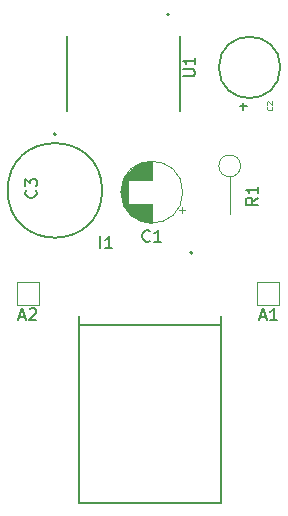
<source format=gbr>
%TF.GenerationSoftware,KiCad,Pcbnew,7.0.8*%
%TF.CreationDate,2024-10-30T19:07:13-07:00*%
%TF.ProjectId,ECE196Team13_2,45434531-3936-4546-9561-6d31335f322e,rev?*%
%TF.SameCoordinates,Original*%
%TF.FileFunction,Legend,Top*%
%TF.FilePolarity,Positive*%
%FSLAX46Y46*%
G04 Gerber Fmt 4.6, Leading zero omitted, Abs format (unit mm)*
G04 Created by KiCad (PCBNEW 7.0.8) date 2024-10-30 19:07:13*
%MOMM*%
%LPD*%
G01*
G04 APERTURE LIST*
%ADD10C,0.150000*%
%ADD11C,0.120000*%
%ADD12C,0.200000*%
%ADD13C,0.127000*%
G04 APERTURE END LIST*
D10*
X138760714Y-130419104D02*
X139236904Y-130419104D01*
X138665476Y-130704819D02*
X138998809Y-129704819D01*
X138998809Y-129704819D02*
X139332142Y-130704819D01*
X139617857Y-129800057D02*
X139665476Y-129752438D01*
X139665476Y-129752438D02*
X139760714Y-129704819D01*
X139760714Y-129704819D02*
X139998809Y-129704819D01*
X139998809Y-129704819D02*
X140094047Y-129752438D01*
X140094047Y-129752438D02*
X140141666Y-129800057D01*
X140141666Y-129800057D02*
X140189285Y-129895295D01*
X140189285Y-129895295D02*
X140189285Y-129990533D01*
X140189285Y-129990533D02*
X140141666Y-130133390D01*
X140141666Y-130133390D02*
X139570238Y-130704819D01*
X139570238Y-130704819D02*
X140189285Y-130704819D01*
X159135714Y-130419104D02*
X159611904Y-130419104D01*
X159040476Y-130704819D02*
X159373809Y-129704819D01*
X159373809Y-129704819D02*
X159707142Y-130704819D01*
X160564285Y-130704819D02*
X159992857Y-130704819D01*
X160278571Y-130704819D02*
X160278571Y-129704819D01*
X160278571Y-129704819D02*
X160183333Y-129847676D01*
X160183333Y-129847676D02*
X160088095Y-129942914D01*
X160088095Y-129942914D02*
X159992857Y-129990533D01*
X149788446Y-123984580D02*
X149740827Y-124032200D01*
X149740827Y-124032200D02*
X149597970Y-124079819D01*
X149597970Y-124079819D02*
X149502732Y-124079819D01*
X149502732Y-124079819D02*
X149359875Y-124032200D01*
X149359875Y-124032200D02*
X149264637Y-123936961D01*
X149264637Y-123936961D02*
X149217018Y-123841723D01*
X149217018Y-123841723D02*
X149169399Y-123651247D01*
X149169399Y-123651247D02*
X149169399Y-123508390D01*
X149169399Y-123508390D02*
X149217018Y-123317914D01*
X149217018Y-123317914D02*
X149264637Y-123222676D01*
X149264637Y-123222676D02*
X149359875Y-123127438D01*
X149359875Y-123127438D02*
X149502732Y-123079819D01*
X149502732Y-123079819D02*
X149597970Y-123079819D01*
X149597970Y-123079819D02*
X149740827Y-123127438D01*
X149740827Y-123127438D02*
X149788446Y-123175057D01*
X150740827Y-124079819D02*
X150169399Y-124079819D01*
X150455113Y-124079819D02*
X150455113Y-123079819D01*
X150455113Y-123079819D02*
X150359875Y-123222676D01*
X150359875Y-123222676D02*
X150264637Y-123317914D01*
X150264637Y-123317914D02*
X150169399Y-123365533D01*
X140134580Y-119716666D02*
X140182200Y-119764285D01*
X140182200Y-119764285D02*
X140229819Y-119907142D01*
X140229819Y-119907142D02*
X140229819Y-120002380D01*
X140229819Y-120002380D02*
X140182200Y-120145237D01*
X140182200Y-120145237D02*
X140086961Y-120240475D01*
X140086961Y-120240475D02*
X139991723Y-120288094D01*
X139991723Y-120288094D02*
X139801247Y-120335713D01*
X139801247Y-120335713D02*
X139658390Y-120335713D01*
X139658390Y-120335713D02*
X139467914Y-120288094D01*
X139467914Y-120288094D02*
X139372676Y-120240475D01*
X139372676Y-120240475D02*
X139277438Y-120145237D01*
X139277438Y-120145237D02*
X139229819Y-120002380D01*
X139229819Y-120002380D02*
X139229819Y-119907142D01*
X139229819Y-119907142D02*
X139277438Y-119764285D01*
X139277438Y-119764285D02*
X139325057Y-119716666D01*
X139229819Y-119383332D02*
X139229819Y-118764285D01*
X139229819Y-118764285D02*
X139610771Y-119097618D01*
X139610771Y-119097618D02*
X139610771Y-118954761D01*
X139610771Y-118954761D02*
X139658390Y-118859523D01*
X139658390Y-118859523D02*
X139706009Y-118811904D01*
X139706009Y-118811904D02*
X139801247Y-118764285D01*
X139801247Y-118764285D02*
X140039342Y-118764285D01*
X140039342Y-118764285D02*
X140134580Y-118811904D01*
X140134580Y-118811904D02*
X140182200Y-118859523D01*
X140182200Y-118859523D02*
X140229819Y-118954761D01*
X140229819Y-118954761D02*
X140229819Y-119240475D01*
X140229819Y-119240475D02*
X140182200Y-119335713D01*
X140182200Y-119335713D02*
X140134580Y-119383332D01*
X145604560Y-124607319D02*
X145604560Y-123607319D01*
X146604559Y-124607319D02*
X146033131Y-124607319D01*
X146318845Y-124607319D02*
X146318845Y-123607319D01*
X146318845Y-123607319D02*
X146223607Y-123750176D01*
X146223607Y-123750176D02*
X146128369Y-123845414D01*
X146128369Y-123845414D02*
X146033131Y-123893033D01*
X158924819Y-120351666D02*
X158448628Y-120684999D01*
X158924819Y-120923094D02*
X157924819Y-120923094D01*
X157924819Y-120923094D02*
X157924819Y-120542142D01*
X157924819Y-120542142D02*
X157972438Y-120446904D01*
X157972438Y-120446904D02*
X158020057Y-120399285D01*
X158020057Y-120399285D02*
X158115295Y-120351666D01*
X158115295Y-120351666D02*
X158258152Y-120351666D01*
X158258152Y-120351666D02*
X158353390Y-120399285D01*
X158353390Y-120399285D02*
X158401009Y-120446904D01*
X158401009Y-120446904D02*
X158448628Y-120542142D01*
X158448628Y-120542142D02*
X158448628Y-120923094D01*
X158924819Y-119399285D02*
X158924819Y-119970713D01*
X158924819Y-119684999D02*
X157924819Y-119684999D01*
X157924819Y-119684999D02*
X158067676Y-119780237D01*
X158067676Y-119780237D02*
X158162914Y-119875475D01*
X158162914Y-119875475D02*
X158210533Y-119970713D01*
X152596819Y-110056904D02*
X153406342Y-110056904D01*
X153406342Y-110056904D02*
X153501580Y-110009285D01*
X153501580Y-110009285D02*
X153549200Y-109961666D01*
X153549200Y-109961666D02*
X153596819Y-109866428D01*
X153596819Y-109866428D02*
X153596819Y-109675952D01*
X153596819Y-109675952D02*
X153549200Y-109580714D01*
X153549200Y-109580714D02*
X153501580Y-109533095D01*
X153501580Y-109533095D02*
X153406342Y-109485476D01*
X153406342Y-109485476D02*
X152596819Y-109485476D01*
X153596819Y-108485476D02*
X153596819Y-109056904D01*
X153596819Y-108771190D02*
X152596819Y-108771190D01*
X152596819Y-108771190D02*
X152739676Y-108866428D01*
X152739676Y-108866428D02*
X152834914Y-108961666D01*
X152834914Y-108961666D02*
X152882533Y-109056904D01*
D11*
X160120102Y-112654999D02*
X160142960Y-112677856D01*
X160142960Y-112677856D02*
X160165817Y-112746428D01*
X160165817Y-112746428D02*
X160165817Y-112792142D01*
X160165817Y-112792142D02*
X160142960Y-112860713D01*
X160142960Y-112860713D02*
X160097245Y-112906428D01*
X160097245Y-112906428D02*
X160051531Y-112929285D01*
X160051531Y-112929285D02*
X159960102Y-112952142D01*
X159960102Y-112952142D02*
X159891531Y-112952142D01*
X159891531Y-112952142D02*
X159800102Y-112929285D01*
X159800102Y-112929285D02*
X159754388Y-112906428D01*
X159754388Y-112906428D02*
X159708674Y-112860713D01*
X159708674Y-112860713D02*
X159685817Y-112792142D01*
X159685817Y-112792142D02*
X159685817Y-112746428D01*
X159685817Y-112746428D02*
X159708674Y-112677856D01*
X159708674Y-112677856D02*
X159731531Y-112654999D01*
X159731531Y-112472142D02*
X159708674Y-112449285D01*
X159708674Y-112449285D02*
X159685817Y-112403571D01*
X159685817Y-112403571D02*
X159685817Y-112289285D01*
X159685817Y-112289285D02*
X159708674Y-112243571D01*
X159708674Y-112243571D02*
X159731531Y-112220713D01*
X159731531Y-112220713D02*
X159777245Y-112197856D01*
X159777245Y-112197856D02*
X159822960Y-112197856D01*
X159822960Y-112197856D02*
X159891531Y-112220713D01*
X159891531Y-112220713D02*
X160165817Y-112494999D01*
X160165817Y-112494999D02*
X160165817Y-112197856D01*
D10*
X157692533Y-112914761D02*
X157692533Y-112305238D01*
X157997295Y-112609999D02*
X157387771Y-112609999D01*
D11*
%TO.C,A2*%
X138525000Y-127500000D02*
X138525000Y-129400000D01*
X138525000Y-129400000D02*
X140375000Y-129400000D01*
X140375000Y-127500000D02*
X138525000Y-127500000D01*
X140375000Y-127550000D02*
X140375000Y-127500000D01*
X140375000Y-129400000D02*
X140375000Y-127550000D01*
%TO.C,A1*%
X158900000Y-127500000D02*
X158900000Y-129400000D01*
X158900000Y-129400000D02*
X160750000Y-129400000D01*
X160750000Y-127500000D02*
X158900000Y-127500000D01*
X160750000Y-127550000D02*
X160750000Y-127500000D01*
X160750000Y-129400000D02*
X160750000Y-127550000D01*
%TO.C,C1*%
X152759888Y-121350000D02*
X152259888Y-121350000D01*
X152509888Y-121600000D02*
X152509888Y-121100000D01*
X149955113Y-122455000D02*
X149955113Y-120915000D01*
X149955113Y-118835000D02*
X149955113Y-117295000D01*
X149915113Y-122455000D02*
X149915113Y-120915000D01*
X149915113Y-118835000D02*
X149915113Y-117295000D01*
X149875113Y-122454000D02*
X149875113Y-120915000D01*
X149875113Y-118835000D02*
X149875113Y-117296000D01*
X149835113Y-122453000D02*
X149835113Y-120915000D01*
X149835113Y-118835000D02*
X149835113Y-117297000D01*
X149795113Y-122451000D02*
X149795113Y-120915000D01*
X149795113Y-118835000D02*
X149795113Y-117299000D01*
X149755113Y-122448000D02*
X149755113Y-120915000D01*
X149755113Y-118835000D02*
X149755113Y-117302000D01*
X149715113Y-122444000D02*
X149715113Y-120915000D01*
X149715113Y-118835000D02*
X149715113Y-117306000D01*
X149675113Y-122440000D02*
X149675113Y-120915000D01*
X149675113Y-118835000D02*
X149675113Y-117310000D01*
X149635113Y-122436000D02*
X149635113Y-120915000D01*
X149635113Y-118835000D02*
X149635113Y-117314000D01*
X149595113Y-122431000D02*
X149595113Y-120915000D01*
X149595113Y-118835000D02*
X149595113Y-117319000D01*
X149555113Y-122425000D02*
X149555113Y-120915000D01*
X149555113Y-118835000D02*
X149555113Y-117325000D01*
X149515113Y-122418000D02*
X149515113Y-120915000D01*
X149515113Y-118835000D02*
X149515113Y-117332000D01*
X149475113Y-122411000D02*
X149475113Y-120915000D01*
X149475113Y-118835000D02*
X149475113Y-117339000D01*
X149435113Y-122403000D02*
X149435113Y-120915000D01*
X149435113Y-118835000D02*
X149435113Y-117347000D01*
X149395113Y-122395000D02*
X149395113Y-120915000D01*
X149395113Y-118835000D02*
X149395113Y-117355000D01*
X149355113Y-122386000D02*
X149355113Y-120915000D01*
X149355113Y-118835000D02*
X149355113Y-117364000D01*
X149315113Y-122376000D02*
X149315113Y-120915000D01*
X149315113Y-118835000D02*
X149315113Y-117374000D01*
X149275113Y-122366000D02*
X149275113Y-120915000D01*
X149275113Y-118835000D02*
X149275113Y-117384000D01*
X149234113Y-122355000D02*
X149234113Y-120915000D01*
X149234113Y-118835000D02*
X149234113Y-117395000D01*
X149194113Y-122343000D02*
X149194113Y-120915000D01*
X149194113Y-118835000D02*
X149194113Y-117407000D01*
X149154113Y-122330000D02*
X149154113Y-120915000D01*
X149154113Y-118835000D02*
X149154113Y-117420000D01*
X149114113Y-122317000D02*
X149114113Y-120915000D01*
X149114113Y-118835000D02*
X149114113Y-117433000D01*
X149074113Y-122303000D02*
X149074113Y-120915000D01*
X149074113Y-118835000D02*
X149074113Y-117447000D01*
X149034113Y-122289000D02*
X149034113Y-120915000D01*
X149034113Y-118835000D02*
X149034113Y-117461000D01*
X148994113Y-122273000D02*
X148994113Y-120915000D01*
X148994113Y-118835000D02*
X148994113Y-117477000D01*
X148954113Y-122257000D02*
X148954113Y-120915000D01*
X148954113Y-118835000D02*
X148954113Y-117493000D01*
X148914113Y-122240000D02*
X148914113Y-120915000D01*
X148914113Y-118835000D02*
X148914113Y-117510000D01*
X148874113Y-122223000D02*
X148874113Y-120915000D01*
X148874113Y-118835000D02*
X148874113Y-117527000D01*
X148834113Y-122204000D02*
X148834113Y-120915000D01*
X148834113Y-118835000D02*
X148834113Y-117546000D01*
X148794113Y-122185000D02*
X148794113Y-120915000D01*
X148794113Y-118835000D02*
X148794113Y-117565000D01*
X148754113Y-122165000D02*
X148754113Y-120915000D01*
X148754113Y-118835000D02*
X148754113Y-117585000D01*
X148714113Y-122143000D02*
X148714113Y-120915000D01*
X148714113Y-118835000D02*
X148714113Y-117607000D01*
X148674113Y-122122000D02*
X148674113Y-120915000D01*
X148674113Y-118835000D02*
X148674113Y-117628000D01*
X148634113Y-122099000D02*
X148634113Y-120915000D01*
X148634113Y-118835000D02*
X148634113Y-117651000D01*
X148594113Y-122075000D02*
X148594113Y-120915000D01*
X148594113Y-118835000D02*
X148594113Y-117675000D01*
X148554113Y-122050000D02*
X148554113Y-120915000D01*
X148554113Y-118835000D02*
X148554113Y-117700000D01*
X148514113Y-122024000D02*
X148514113Y-120915000D01*
X148514113Y-118835000D02*
X148514113Y-117726000D01*
X148474113Y-121997000D02*
X148474113Y-120915000D01*
X148474113Y-118835000D02*
X148474113Y-117753000D01*
X148434113Y-121970000D02*
X148434113Y-120915000D01*
X148434113Y-118835000D02*
X148434113Y-117780000D01*
X148394113Y-121940000D02*
X148394113Y-120915000D01*
X148394113Y-118835000D02*
X148394113Y-117810000D01*
X148354113Y-121910000D02*
X148354113Y-120915000D01*
X148354113Y-118835000D02*
X148354113Y-117840000D01*
X148314113Y-121879000D02*
X148314113Y-120915000D01*
X148314113Y-118835000D02*
X148314113Y-117871000D01*
X148274113Y-121846000D02*
X148274113Y-120915000D01*
X148274113Y-118835000D02*
X148274113Y-117904000D01*
X148234113Y-121812000D02*
X148234113Y-120915000D01*
X148234113Y-118835000D02*
X148234113Y-117938000D01*
X148194113Y-121776000D02*
X148194113Y-120915000D01*
X148194113Y-118835000D02*
X148194113Y-117974000D01*
X148154113Y-121739000D02*
X148154113Y-120915000D01*
X148154113Y-118835000D02*
X148154113Y-118011000D01*
X148114113Y-121701000D02*
X148114113Y-120915000D01*
X148114113Y-118835000D02*
X148114113Y-118049000D01*
X148074113Y-121660000D02*
X148074113Y-120915000D01*
X148074113Y-118835000D02*
X148074113Y-118090000D01*
X148034113Y-121618000D02*
X148034113Y-120915000D01*
X148034113Y-118835000D02*
X148034113Y-118132000D01*
X147994113Y-121574000D02*
X147994113Y-120915000D01*
X147994113Y-118835000D02*
X147994113Y-118176000D01*
X147954113Y-121528000D02*
X147954113Y-120915000D01*
X147954113Y-118835000D02*
X147954113Y-118222000D01*
X147914113Y-121480000D02*
X147914113Y-118270000D01*
X147874113Y-121429000D02*
X147874113Y-118321000D01*
X147834113Y-121375000D02*
X147834113Y-118375000D01*
X147794113Y-121318000D02*
X147794113Y-118432000D01*
X147754113Y-121258000D02*
X147754113Y-118492000D01*
X147714113Y-121194000D02*
X147714113Y-118556000D01*
X147674113Y-121126000D02*
X147674113Y-118624000D01*
X147634113Y-121053000D02*
X147634113Y-118697000D01*
X147594113Y-120973000D02*
X147594113Y-118777000D01*
X147554113Y-120886000D02*
X147554113Y-118864000D01*
X147514113Y-120790000D02*
X147514113Y-118960000D01*
X147474113Y-120680000D02*
X147474113Y-119070000D01*
X147434113Y-120552000D02*
X147434113Y-119198000D01*
X147394113Y-120393000D02*
X147394113Y-119357000D01*
X147354113Y-120159000D02*
X147354113Y-119591000D01*
X152575113Y-119875000D02*
G75*
G03*
X152575113Y-119875000I-2620000J0D01*
G01*
D12*
%TO.C,C3*%
X141850000Y-114975000D02*
G75*
G03*
X141850000Y-114975000I-100000J0D01*
G01*
D13*
X145750000Y-119725000D02*
G75*
G03*
X145750000Y-119725000I-4000000J0D01*
G01*
%TO.C,I1*%
X143805750Y-130387500D02*
X143805750Y-131137500D01*
X143805750Y-131137500D02*
X143805750Y-146187500D01*
X143805750Y-131137500D02*
X155805750Y-131137500D01*
X143805750Y-146187500D02*
X155805750Y-146187500D01*
X155805750Y-131137500D02*
X155805750Y-130387500D01*
X155805750Y-146187500D02*
X155805750Y-131137500D01*
D12*
X153405750Y-124987500D02*
G75*
G03*
X153405750Y-124987500I-100000J0D01*
G01*
D11*
%TO.C,R1*%
X156550000Y-118565000D02*
X156550000Y-121725000D01*
X157470000Y-117645000D02*
G75*
G03*
X157470000Y-117645000I-920000J0D01*
G01*
D13*
%TO.C,U1*%
X152330000Y-106685000D02*
X152330000Y-113035000D01*
X142740000Y-106685000D02*
X142740000Y-113035000D01*
D12*
X151445000Y-104825000D02*
G75*
G03*
X151445000Y-104825000I-100000J0D01*
G01*
%TO.C,C2*%
X160835000Y-109310000D02*
G75*
G03*
X160835000Y-109310000I-2600000J0D01*
G01*
%TD*%
M02*

</source>
